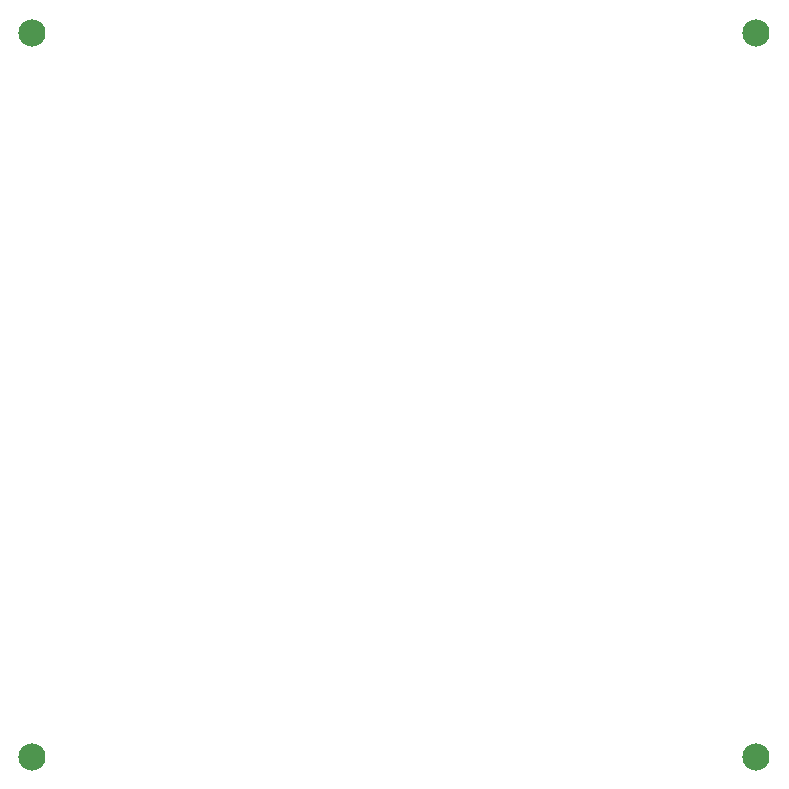
<source format=gbr>
%TF.GenerationSoftware,Altium Limited,Altium Designer,20.1.12 (249)*%
G04 Layer_Color=8388736*
%FSLAX26Y26*%
%MOIN*%
%TF.SameCoordinates,640B0342-330B-4233-912D-79817A26F3FE*%
%TF.FilePolarity,Negative*%
%TF.FileFunction,Soldermask,Top*%
%TF.Part,Single*%
G01*
G75*
%TA.AperFunction,ViaPad*%
%ADD11C,0.090677*%
D11*
X2589921Y177165D02*
D03*
Y2590551D02*
D03*
D03*
D03*
X176536Y177165D02*
D03*
Y2590551D02*
D03*
%TF.MD5,8fa82aebe37df2019f1798660198f532*%
M02*

</source>
